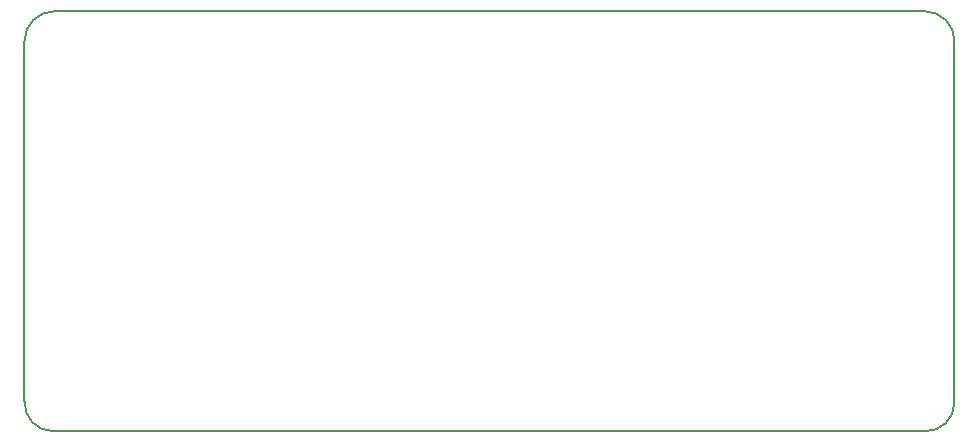
<source format=gm1>
G04 #@! TF.GenerationSoftware,KiCad,Pcbnew,(6.0.5-0)*
G04 #@! TF.CreationDate,2022-06-07T21:37:56+01:00*
G04 #@! TF.ProjectId,microbit_eink_feather_adaptor,6d696372-6f62-4697-945f-65696e6b5f66,rev?*
G04 #@! TF.SameCoordinates,Original*
G04 #@! TF.FileFunction,Profile,NP*
%FSLAX46Y46*%
G04 Gerber Fmt 4.6, Leading zero omitted, Abs format (unit mm)*
G04 Created by KiCad (PCBNEW (6.0.5-0)) date 2022-06-07 21:37:56*
%MOMM*%
%LPD*%
G01*
G04 APERTURE LIST*
G04 #@! TA.AperFunction,Profile*
%ADD10C,0.150000*%
G04 #@! TD*
G04 #@! TA.AperFunction,Profile*
%ADD11C,0.200000*%
G04 #@! TD*
G04 APERTURE END LIST*
D10*
X127635000Y-99695000D02*
G75*
G03*
X130175000Y-97263949I106612J2431051D01*
G01*
X53975000Y-64135000D02*
G75*
G03*
X51435000Y-66675000I0J-2540000D01*
G01*
D11*
X130175000Y-66675000D02*
X130175000Y-97263949D01*
D10*
X130175000Y-66675000D02*
G75*
G03*
X127635000Y-64135000I-2540000J0D01*
G01*
D11*
X127635000Y-99695000D02*
X53866051Y-99695000D01*
D10*
X51435000Y-97155000D02*
G75*
G03*
X53866051Y-99695000I2431052J-106611D01*
G01*
D11*
X53975000Y-64135000D02*
X127635000Y-64135000D01*
X51435000Y-97155000D02*
X51435000Y-66675000D01*
M02*

</source>
